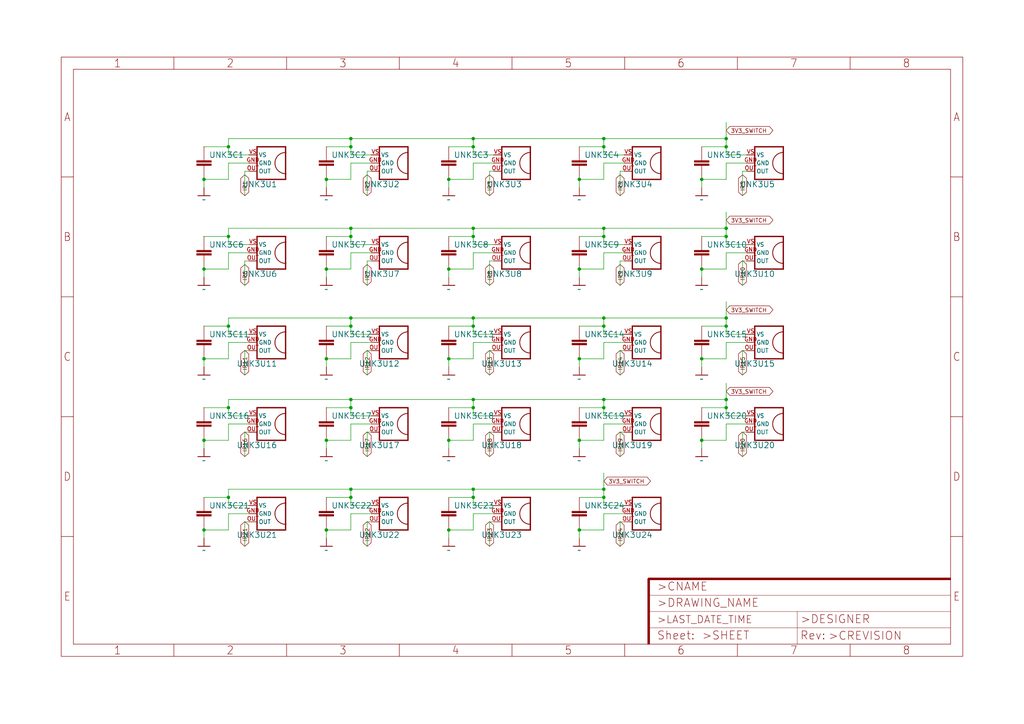
<source format=kicad_sch>
(kicad_sch (version 20211123) (generator eeschema)
  (paper "User" 318.77 225.501)
  (lib_symbols
    (symbol "layer3-eagle-import:CAPACITOR0603"
      (property "Reference" "C" (at 1.524 2.54 0))
      (property "Value" "CAPACITOR0603" (at 1.524 -2.54 0))
      (symbol "CAPACITOR0603_1_0"
        (rectangle (start -2.286 -0.762) (end 2.286 -0.254) (fill (type outline)))
        (rectangle (start -2.286 0.254) (end 2.286 0.762) (fill (type outline)))
        (polyline (pts (xy 0 -0.762) (xy 0 -5.08)) (stroke (width 0.1524)))
        (polyline (pts (xy 0 5.08) (xy 0 0.762)) (stroke (width 0.1524)))
        (pin passive line (at 0 5.08 270) (length 0) (name "1") (number "1"))
        (pin passive line (at 0 -5.08 90) (length 0) (name "2") (number "2"))
      )
    )
    (symbol "layer3-eagle-import:FRAME-A4L"
      (symbol "FRAME-A4L_0_0"
        (polyline (pts (xy -3.81 33.528) (xy 0 33.528)))
        (polyline (pts (xy -3.81 70.866) (xy 0 70.866)))
        (polyline (pts (xy -3.81 108.204) (xy 0 108.204)))
        (polyline (pts (xy -3.81 145.542) (xy 0 145.542)))
        (polyline (pts (xy 0 0) (xy 0 179.07)))
        (polyline (pts (xy 31.2738 -3.81) (xy 31.2738 0)))
        (polyline (pts (xy 31.2738 179.07) (xy 31.2738 182.88)))
        (polyline (pts (xy 66.3575 -3.81) (xy 66.3575 0)))
        (polyline (pts (xy 66.3575 179.07) (xy 66.3575 182.88)))
        (polyline (pts (xy 101.4413 -3.81) (xy 101.4413 0)))
        (polyline (pts (xy 101.4413 179.07) (xy 101.4413 182.88)))
        (polyline (pts (xy 136.525 -3.81) (xy 136.525 0)))
        (polyline (pts (xy 136.525 179.07) (xy 136.525 182.88)))
        (polyline (pts (xy 171.6088 -3.81) (xy 171.6088 0)))
        (polyline (pts (xy 171.6088 179.07) (xy 171.6088 182.88)))
        (polyline (pts (xy 206.6925 -3.81) (xy 206.6925 0)))
        (polyline (pts (xy 206.6925 179.07) (xy 206.6925 182.88)))
        (polyline (pts (xy 241.7763 -3.81) (xy 241.7763 0)))
        (polyline (pts (xy 241.7763 179.07) (xy 241.7763 182.88)))
        (polyline (pts (xy 273.05 0) (xy 0 0)))
        (polyline (pts (xy 273.05 0) (xy 273.05 179.07)))
        (polyline (pts (xy 273.05 33.528) (xy 276.86 33.528)))
        (polyline (pts (xy 273.05 70.866) (xy 276.86 70.866)))
        (polyline (pts (xy 273.05 108.204) (xy 276.86 108.204)))
        (polyline (pts (xy 273.05 145.542) (xy 276.86 145.542)))
        (polyline (pts (xy 273.05 179.07) (xy 0 179.07)))
        (polyline (pts (xy -3.81 -3.81) (xy 276.86 -3.81) (xy 276.86 182.88) (xy -3.81 182.88) (xy -3.81 -3.81)))
        (text "1" (at 13.7319 -1.905 0) (effects (font (size 2.54 2.286))))
        (text "1" (at 13.7319 180.975 0) (effects (font (size 2.54 2.286))))
        (text "2" (at 48.8156 -1.905 0) (effects (font (size 2.54 2.286))))
        (text "2" (at 48.8156 180.975 0) (effects (font (size 2.54 2.286))))
        (text "3" (at 83.8994 -1.905 0) (effects (font (size 2.54 2.286))))
        (text "3" (at 83.8994 180.975 0) (effects (font (size 2.54 2.286))))
        (text "4" (at 118.9831 -1.905 0) (effects (font (size 2.54 2.286))))
        (text "4" (at 118.9831 180.975 0) (effects (font (size 2.54 2.286))))
        (text "5" (at 154.0669 -1.905 0) (effects (font (size 2.54 2.286))))
        (text "5" (at 154.0669 180.975 0) (effects (font (size 2.54 2.286))))
        (text "6" (at 189.1506 -1.905 0) (effects (font (size 2.54 2.286))))
        (text "6" (at 189.1506 180.975 0) (effects (font (size 2.54 2.286))))
        (text "7" (at 224.2344 -1.905 0) (effects (font (size 2.54 2.286))))
        (text "7" (at 224.2344 180.975 0) (effects (font (size 2.54 2.286))))
        (text "8" (at 259.3181 -1.905 0) (effects (font (size 2.54 2.286))))
        (text "8" (at 259.3181 180.975 0) (effects (font (size 2.54 2.286))))
        (text "A" (at -1.905 164.211 0) (effects (font (size 2.54 2.286))))
        (text "A" (at 274.955 164.211 0) (effects (font (size 2.54 2.286))))
        (text "B" (at -1.905 126.873 0) (effects (font (size 2.54 2.286))))
        (text "B" (at 274.955 126.873 0) (effects (font (size 2.54 2.286))))
        (text "C" (at -1.905 89.535 0) (effects (font (size 2.54 2.286))))
        (text "C" (at 274.955 89.535 0) (effects (font (size 2.54 2.286))))
        (text "D" (at -1.905 52.197 0) (effects (font (size 2.54 2.286))))
        (text "D" (at 274.955 52.197 0) (effects (font (size 2.54 2.286))))
        (text "E" (at -1.905 14.859 0) (effects (font (size 2.54 2.286))))
        (text "E" (at 274.955 14.859 0) (effects (font (size 2.54 2.286))))
      )
      (symbol "FRAME-A4L_1_0"
        (polyline (pts (xy 179.07 10.16) (xy 225.29 10.16)) (stroke (width 0.1016)))
        (polyline (pts (xy 179.07 15.24) (xy 273.05 15.24)) (stroke (width 0.1016)))
        (polyline (pts (xy 179.07 19.05) (xy 179.07 20.32)) (stroke (width 0.6096)))
        (polyline (pts (xy 179.07 20.32) (xy 180.34 20.32)) (stroke (width 0.6096)))
        (polyline (pts (xy 225.29 -0.1) (xy 225.29 5.08)) (stroke (width 0.1016)))
        (polyline (pts (xy 225.29 5.08) (xy 179.07 5.08)) (stroke (width 0.1016)))
        (polyline (pts (xy 225.29 5.08) (xy 225.29 10.16)) (stroke (width 0.1016)))
        (polyline (pts (xy 225.29 5.08) (xy 273.05 5.08)) (stroke (width 0.1016)))
        (polyline (pts (xy 225.29 10.16) (xy 273.05 10.16)) (stroke (width 0.1016)))
        (rectangle (start 178.7652 0) (end 179.3748 20.32) (fill (type outline)))
        (rectangle (start 179.07 20.6248) (end 273.05 20.0152) (fill (type outline)))
        (text ">CNAME" (at 181.61 16.51 0) (effects (font (size 2.54 2.54)) (justify left bottom)))
        (text ">CREVISION" (at 234.92 1.17 0) (effects (font (size 2.54 2.54)) (justify left bottom)))
        (text ">DESIGNER" (at 226.26 6.35 0) (effects (font (size 2.54 2.54)) (justify left bottom)))
        (text ">DRAWING_NAME" (at 181.61 11.43 0) (effects (font (size 2.54 2.54)) (justify left bottom)))
        (text ">LAST_DATE_TIME" (at 181.61 6.35 0) (effects (font (size 2.286 2.286)) (justify left bottom)))
        (text ">SHEET" (at 195.58 1.27 0) (effects (font (size 2.54 2.54)) (justify left bottom)))
        (text "Rev:" (at 226.16 1.27 0) (effects (font (size 2.54 2.54)) (justify left bottom)))
        (text "Sheet:" (at 181.61 1.27 0) (effects (font (size 2.54 2.54)) (justify left bottom)))
      )
    )
    (symbol "layer3-eagle-import:GND" (power)
      (property "Value" "GND" (at 0 -0.254 0))
      (symbol "GND_1_0"
        (polyline (pts (xy -1.905 0) (xy 1.905 0)) (stroke (width 0.254)))
        (pin power_in line (at 0 2.54 270) (length 2.54) (name "GND") (number "1"))
      )
    )
    (symbol "layer3-eagle-import:TSSP58038"
      (property "Value" "TSSP58038" (at 2.54 7.366 0))
      (symbol "TSSP58038_1_0"
        (polyline (pts (xy -3.81 5.08) (xy -3.81 -5.08)) (stroke (width 0.4064)))
        (polyline (pts (xy -3.81 5.08) (xy 5.08 5.08)) (stroke (width 0.4064)))
        (polyline (pts (xy 5.08 -5.08) (xy -3.81 -5.08)) (stroke (width 0.4064)))
        (polyline (pts (xy 5.08 -5.08) (xy 5.08 -3.302)) (stroke (width 0.4064)))
        (polyline (pts (xy 5.08 -3.302) (xy 5.08 3.302)) (stroke (width 0.4064)))
        (polyline (pts (xy 5.08 3.302) (xy 5.08 5.08)) (stroke (width 0.4064)))
        (arc (start 5.08 3.302) (mid 1.778 0) (end 5.08 -3.302) (stroke (width 0.254)))
        (pin bidirectional line (at -6.35 0 0) (length 2.54) (name "GND") (number "GND"))
        (pin bidirectional line (at -6.35 -2.54 0) (length 2.54) (name "OUT") (number "OUT"))
        (pin bidirectional line (at -6.35 2.54 0) (length 2.54) (name "VS") (number "VS"))
      )
    )
  )
  (junction (at 101.6 83.82))
  (junction (at 180.34 83.82))
  (junction (at 63.5 83.82))
  (junction (at 109.22 101.6))
  (junction (at 139.7 55.88))
  (junction (at 101.6 111.76))
  (junction (at 109.22 71.12))
  (junction (at 187.96 43.18))
  (junction (at 226.06 127))
  (junction (at 187.96 99.06))
  (junction (at 187.96 124.46))
  (junction (at 147.32 127))
  (junction (at 71.12 127))
  (junction (at 71.12 101.6))
  (junction (at 147.32 71.12))
  (junction (at 218.44 137.16))
  (junction (at 226.06 45.72))
  (junction (at 180.34 55.88))
  (junction (at 71.12 73.66))
  (junction (at 109.22 154.94))
  (junction (at 71.12 45.72))
  (junction (at 187.96 101.6))
  (junction (at 218.44 83.82))
  (junction (at 218.44 111.76))
  (junction (at 63.5 111.76))
  (junction (at 226.06 71.12))
  (junction (at 109.22 152.4))
  (junction (at 187.96 73.66))
  (junction (at 101.6 55.88))
  (junction (at 147.32 43.18))
  (junction (at 139.7 137.16))
  (junction (at 218.44 55.88))
  (junction (at 147.32 73.66))
  (junction (at 139.7 111.76))
  (junction (at 180.34 165.1))
  (junction (at 187.96 152.4))
  (junction (at 180.34 111.76))
  (junction (at 187.96 127))
  (junction (at 147.32 154.94))
  (junction (at 109.22 45.72))
  (junction (at 226.06 124.46))
  (junction (at 226.06 73.66))
  (junction (at 187.96 45.72))
  (junction (at 187.96 71.12))
  (junction (at 71.12 154.94))
  (junction (at 147.32 45.72))
  (junction (at 109.22 43.18))
  (junction (at 63.5 55.88))
  (junction (at 180.34 137.16))
  (junction (at 147.32 101.6))
  (junction (at 147.32 99.06))
  (junction (at 139.7 83.82))
  (junction (at 139.7 165.1))
  (junction (at 147.32 124.46))
  (junction (at 187.96 154.94))
  (junction (at 63.5 165.1))
  (junction (at 226.06 99.06))
  (junction (at 147.32 152.4))
  (junction (at 109.22 124.46))
  (junction (at 101.6 165.1))
  (junction (at 109.22 99.06))
  (junction (at 226.06 43.18))
  (junction (at 109.22 73.66))
  (junction (at 63.5 137.16))
  (junction (at 109.22 127))
  (junction (at 101.6 137.16))
  (junction (at 226.06 101.6))
  (wire (pts (xy 180.34 83.82) (xy 180.34 86.36)))
  (wire (pts (xy 101.6 127) (xy 109.22 127)))
  (wire (pts (xy 218.44 73.66) (xy 226.06 73.66)))
  (wire (pts (xy 147.32 104.14) (xy 147.32 101.6)))
  (wire (pts (xy 109.22 83.82) (xy 101.6 83.82)))
  (wire (pts (xy 115.57 81.28) (xy 114.3 81.28)))
  (wire (pts (xy 109.22 165.1) (xy 101.6 165.1)))
  (wire (pts (xy 109.22 154.94) (xy 109.22 152.4)))
  (wire (pts (xy 226.06 55.88) (xy 218.44 55.88)))
  (wire (pts (xy 226.06 50.8) (xy 226.06 55.88)))
  (wire (pts (xy 147.32 83.82) (xy 139.7 83.82)))
  (wire (pts (xy 194.31 162.56) (xy 193.04 162.56)))
  (wire (pts (xy 218.44 83.82) (xy 218.44 86.36)))
  (wire (pts (xy 226.06 83.82) (xy 218.44 83.82)))
  (wire (pts (xy 226.06 43.18) (xy 226.06 38.1)))
  (wire (pts (xy 232.41 106.68) (xy 226.06 106.68)))
  (wire (pts (xy 115.57 162.56) (xy 114.3 162.56)))
  (wire (pts (xy 115.57 134.62) (xy 114.3 134.62)))
  (wire (pts (xy 147.32 124.46) (xy 187.96 124.46)))
  (wire (pts (xy 109.22 43.18) (xy 147.32 43.18)))
  (wire (pts (xy 187.96 127) (xy 187.96 124.46)))
  (wire (pts (xy 115.57 76.2) (xy 109.22 76.2)))
  (wire (pts (xy 109.22 152.4) (xy 147.32 152.4)))
  (wire (pts (xy 109.22 111.76) (xy 101.6 111.76)))
  (wire (pts (xy 76.2 109.22) (xy 76.2 116.84)))
  (wire (pts (xy 115.57 160.02) (xy 109.22 160.02)))
  (wire (pts (xy 71.12 73.66) (xy 71.12 71.12)))
  (wire (pts (xy 193.04 162.56) (xy 193.04 170.18)))
  (wire (pts (xy 147.32 106.68) (xy 147.32 111.76)))
  (wire (pts (xy 63.5 55.88) (xy 63.5 58.42)))
  (wire (pts (xy 187.96 45.72) (xy 187.96 43.18)))
  (wire (pts (xy 63.5 101.6) (xy 71.12 101.6)))
  (wire (pts (xy 109.22 45.72) (xy 109.22 43.18)))
  (wire (pts (xy 109.22 76.2) (xy 109.22 73.66)))
  (wire (pts (xy 226.06 132.08) (xy 226.06 137.16)))
  (wire (pts (xy 194.31 129.54) (xy 187.96 129.54)))
  (wire (pts (xy 101.6 83.82) (xy 101.6 86.36)))
  (wire (pts (xy 77.47 109.22) (xy 76.2 109.22)))
  (wire (pts (xy 139.7 127) (xy 147.32 127)))
  (wire (pts (xy 139.7 83.82) (xy 139.7 86.36)))
  (wire (pts (xy 76.2 53.34) (xy 76.2 60.96)))
  (wire (pts (xy 153.67 104.14) (xy 147.32 104.14)))
  (wire (pts (xy 71.12 71.12) (xy 109.22 71.12)))
  (wire (pts (xy 71.12 154.94) (xy 71.12 152.4)))
  (wire (pts (xy 153.67 132.08) (xy 147.32 132.08)))
  (wire (pts (xy 180.34 111.76) (xy 180.34 114.3)))
  (wire (pts (xy 194.31 81.28) (xy 193.04 81.28)))
  (wire (pts (xy 77.47 53.34) (xy 76.2 53.34)))
  (wire (pts (xy 232.41 134.62) (xy 231.14 134.62)))
  (wire (pts (xy 232.41 81.28) (xy 231.14 81.28)))
  (wire (pts (xy 147.32 99.06) (xy 187.96 99.06)))
  (wire (pts (xy 139.7 73.66) (xy 147.32 73.66)))
  (wire (pts (xy 180.34 127) (xy 187.96 127)))
  (wire (pts (xy 101.6 55.88) (xy 101.6 58.42)))
  (wire (pts (xy 147.32 111.76) (xy 139.7 111.76)))
  (wire (pts (xy 187.96 71.12) (xy 226.06 71.12)))
  (wire (pts (xy 147.32 101.6) (xy 147.32 99.06)))
  (wire (pts (xy 194.31 106.68) (xy 187.96 106.68)))
  (wire (pts (xy 187.96 160.02) (xy 187.96 165.1)))
  (wire (pts (xy 101.6 165.1) (xy 101.6 167.64)))
  (wire (pts (xy 218.44 45.72) (xy 226.06 45.72)))
  (wire (pts (xy 194.31 53.34) (xy 193.04 53.34)))
  (wire (pts (xy 232.41 50.8) (xy 226.06 50.8)))
  (wire (pts (xy 180.34 55.88) (xy 180.34 58.42)))
  (wire (pts (xy 71.12 78.74) (xy 71.12 83.82)))
  (wire (pts (xy 218.44 137.16) (xy 218.44 139.7)))
  (wire (pts (xy 109.22 71.12) (xy 147.32 71.12)))
  (wire (pts (xy 232.41 109.22) (xy 231.14 109.22)))
  (wire (pts (xy 147.32 43.18) (xy 187.96 43.18)))
  (wire (pts (xy 231.14 134.62) (xy 231.14 142.24)))
  (wire (pts (xy 139.7 165.1) (xy 139.7 167.64)))
  (wire (pts (xy 109.22 73.66) (xy 109.22 71.12)))
  (wire (pts (xy 77.47 78.74) (xy 71.12 78.74)))
  (wire (pts (xy 226.06 127) (xy 226.06 124.46)))
  (wire (pts (xy 180.34 154.94) (xy 187.96 154.94)))
  (wire (pts (xy 115.57 109.22) (xy 114.3 109.22)))
  (wire (pts (xy 231.14 109.22) (xy 231.14 116.84)))
  (wire (pts (xy 187.96 83.82) (xy 180.34 83.82)))
  (wire (pts (xy 226.06 45.72) (xy 226.06 43.18)))
  (wire (pts (xy 147.32 132.08) (xy 147.32 137.16)))
  (wire (pts (xy 194.31 160.02) (xy 187.96 160.02)))
  (wire (pts (xy 71.12 157.48) (xy 71.12 154.94)))
  (wire (pts (xy 187.96 43.18) (xy 226.06 43.18)))
  (wire (pts (xy 226.06 76.2) (xy 226.06 73.66)))
  (wire (pts (xy 226.06 104.14) (xy 226.06 101.6)))
  (wire (pts (xy 153.67 53.34) (xy 152.4 53.34)))
  (wire (pts (xy 153.67 81.28) (xy 152.4 81.28)))
  (wire (pts (xy 147.32 152.4) (xy 187.96 152.4)))
  (wire (pts (xy 147.32 160.02) (xy 147.32 165.1)))
  (wire (pts (xy 76.2 162.56) (xy 76.2 170.18)))
  (wire (pts (xy 226.06 101.6) (xy 226.06 99.06)))
  (wire (pts (xy 226.06 48.26) (xy 226.06 45.72)))
  (wire (pts (xy 109.22 127) (xy 109.22 124.46)))
  (wire (pts (xy 180.34 165.1) (xy 180.34 167.64)))
  (wire (pts (xy 63.5 45.72) (xy 71.12 45.72)))
  (wire (pts (xy 71.12 104.14) (xy 71.12 101.6)))
  (wire (pts (xy 153.67 76.2) (xy 147.32 76.2)))
  (wire (pts (xy 152.4 134.62) (xy 152.4 142.24)))
  (wire (pts (xy 226.06 71.12) (xy 226.06 66.04)))
  (wire (pts (xy 153.67 109.22) (xy 152.4 109.22)))
  (wire (pts (xy 147.32 129.54) (xy 147.32 127)))
  (wire (pts (xy 193.04 109.22) (xy 193.04 116.84)))
  (wire (pts (xy 109.22 132.08) (xy 109.22 137.16)))
  (wire (pts (xy 187.96 129.54) (xy 187.96 127)))
  (wire (pts (xy 77.47 76.2) (xy 71.12 76.2)))
  (wire (pts (xy 71.12 160.02) (xy 71.12 165.1)))
  (wire (pts (xy 152.4 81.28) (xy 152.4 88.9)))
  (wire (pts (xy 77.47 81.28) (xy 76.2 81.28)))
  (wire (pts (xy 114.3 53.34) (xy 114.3 60.96)))
  (wire (pts (xy 114.3 81.28) (xy 114.3 88.9)))
  (wire (pts (xy 194.31 109.22) (xy 193.04 109.22)))
  (wire (pts (xy 71.12 55.88) (xy 63.5 55.88)))
  (wire (pts (xy 226.06 129.54) (xy 226.06 127)))
  (wire (pts (xy 194.31 134.62) (xy 193.04 134.62)))
  (wire (pts (xy 109.22 99.06) (xy 147.32 99.06)))
  (wire (pts (xy 139.7 111.76) (xy 139.7 114.3)))
  (wire (pts (xy 187.96 124.46) (xy 226.06 124.46)))
  (wire (pts (xy 76.2 134.62) (xy 76.2 142.24)))
  (wire (pts (xy 187.96 165.1) (xy 180.34 165.1)))
  (wire (pts (xy 101.6 101.6) (xy 109.22 101.6)))
  (wire (pts (xy 77.47 104.14) (xy 71.12 104.14)))
  (wire (pts (xy 218.44 101.6) (xy 226.06 101.6)))
  (wire (pts (xy 194.31 50.8) (xy 187.96 50.8)))
  (wire (pts (xy 147.32 165.1) (xy 139.7 165.1)))
  (wire (pts (xy 218.44 111.76) (xy 218.44 114.3)))
  (wire (pts (xy 232.41 129.54) (xy 226.06 129.54)))
  (wire (pts (xy 77.47 160.02) (xy 71.12 160.02)))
  (wire (pts (xy 71.12 152.4) (xy 109.22 152.4)))
  (wire (pts (xy 71.12 127) (xy 71.12 124.46)))
  (wire (pts (xy 139.7 55.88) (xy 139.7 58.42)))
  (wire (pts (xy 109.22 160.02) (xy 109.22 165.1)))
  (wire (pts (xy 109.22 106.68) (xy 109.22 111.76)))
  (wire (pts (xy 187.96 76.2) (xy 187.96 73.66)))
  (wire (pts (xy 187.96 55.88) (xy 180.34 55.88)))
  (wire (pts (xy 187.96 78.74) (xy 187.96 83.82)))
  (wire (pts (xy 109.22 104.14) (xy 109.22 101.6)))
  (wire (pts (xy 226.06 99.06) (xy 226.06 93.98)))
  (wire (pts (xy 226.06 78.74) (xy 226.06 83.82)))
  (wire (pts (xy 153.67 106.68) (xy 147.32 106.68)))
  (wire (pts (xy 232.41 78.74) (xy 226.06 78.74)))
  (wire (pts (xy 71.12 76.2) (xy 71.12 73.66)))
  (wire (pts (xy 63.5 73.66) (xy 71.12 73.66)))
  (wire (pts (xy 193.04 134.62) (xy 193.04 142.24)))
  (wire (pts (xy 193.04 81.28) (xy 193.04 88.9)))
  (wire (pts (xy 180.34 73.66) (xy 187.96 73.66)))
  (wire (pts (xy 153.67 157.48) (xy 147.32 157.48)))
  (wire (pts (xy 153.67 129.54) (xy 147.32 129.54)))
  (wire (pts (xy 101.6 45.72) (xy 109.22 45.72)))
  (wire (pts (xy 71.12 99.06) (xy 109.22 99.06)))
  (wire (pts (xy 114.3 134.62) (xy 114.3 142.24)))
  (wire (pts (xy 180.34 45.72) (xy 187.96 45.72)))
  (wire (pts (xy 71.12 124.46) (xy 109.22 124.46)))
  (wire (pts (xy 193.04 53.34) (xy 193.04 60.96)))
  (wire (pts (xy 77.47 50.8) (xy 71.12 50.8)))
  (wire (pts (xy 147.32 48.26) (xy 147.32 45.72)))
  (wire (pts (xy 153.67 50.8) (xy 147.32 50.8)))
  (wire (pts (xy 153.67 160.02) (xy 147.32 160.02)))
  (wire (pts (xy 109.22 50.8) (xy 109.22 55.88)))
  (wire (pts (xy 71.12 137.16) (xy 63.5 137.16)))
  (wire (pts (xy 152.4 109.22) (xy 152.4 116.84)))
  (wire (pts (xy 115.57 129.54) (xy 109.22 129.54)))
  (wire (pts (xy 232.41 53.34) (xy 231.14 53.34)))
  (wire (pts (xy 226.06 111.76) (xy 218.44 111.76)))
  (wire (pts (xy 153.67 78.74) (xy 147.32 78.74)))
  (wire (pts (xy 63.5 165.1) (xy 63.5 167.64)))
  (wire (pts (xy 109.22 137.16) (xy 101.6 137.16)))
  (wire (pts (xy 187.96 154.94) (xy 187.96 152.4)))
  (wire (pts (xy 232.41 76.2) (xy 226.06 76.2)))
  (wire (pts (xy 71.12 111.76) (xy 63.5 111.76)))
  (wire (pts (xy 147.32 127) (xy 147.32 124.46)))
  (wire (pts (xy 232.41 132.08) (xy 226.06 132.08)))
  (wire (pts (xy 187.96 157.48) (xy 187.96 154.94)))
  (wire (pts (xy 109.22 55.88) (xy 101.6 55.88)))
  (wire (pts (xy 71.12 43.18) (xy 109.22 43.18)))
  (wire (pts (xy 77.47 162.56) (xy 76.2 162.56)))
  (wire (pts (xy 187.96 137.16) (xy 180.34 137.16)))
  (wire (pts (xy 194.31 132.08) (xy 187.96 132.08)))
  (wire (pts (xy 109.22 157.48) (xy 109.22 154.94)))
  (wire (pts (xy 139.7 154.94) (xy 147.32 154.94)))
  (wire (pts (xy 226.06 73.66) (xy 226.06 71.12)))
  (wire (pts (xy 232.41 48.26) (xy 226.06 48.26)))
  (wire (pts (xy 71.12 48.26) (xy 71.12 45.72)))
  (wire (pts (xy 153.67 134.62) (xy 152.4 134.62)))
  (wire (pts (xy 115.57 53.34) (xy 114.3 53.34)))
  (wire (pts (xy 187.96 104.14) (xy 187.96 101.6)))
  (wire (pts (xy 101.6 73.66) (xy 109.22 73.66)))
  (wire (pts (xy 232.41 104.14) (xy 226.06 104.14)))
  (wire (pts (xy 115.57 48.26) (xy 109.22 48.26)))
  (wire (pts (xy 71.12 50.8) (xy 71.12 55.88)))
  (wire (pts (xy 194.31 78.74) (xy 187.96 78.74)))
  (wire (pts (xy 109.22 101.6) (xy 109.22 99.06)))
  (wire (pts (xy 71.12 45.72) (xy 71.12 43.18)))
  (wire (pts (xy 63.5 83.82) (xy 63.5 86.36)))
  (wire (pts (xy 187.96 111.76) (xy 180.34 111.76)))
  (wire (pts (xy 115.57 106.68) (xy 109.22 106.68)))
  (wire (pts (xy 139.7 137.16) (xy 139.7 139.7)))
  (wire (pts (xy 109.22 48.26) (xy 109.22 45.72)))
  (wire (pts (xy 218.44 127) (xy 226.06 127)))
  (wire (pts (xy 187.96 152.4) (xy 187.96 147.32)))
  (wire (pts (xy 71.12 132.08) (xy 71.12 137.16)))
  (wire (pts (xy 77.47 134.62) (xy 76.2 134.62)))
  (wire (pts (xy 231.14 53.34) (xy 231.14 60.96)))
  (wire (pts (xy 101.6 154.94) (xy 109.22 154.94)))
  (wire (pts (xy 226.06 124.46) (xy 226.06 119.38)))
  (wire (pts (xy 147.32 137.16) (xy 139.7 137.16)))
  (wire (pts (xy 187.96 48.26) (xy 187.96 45.72)))
  (wire (pts (xy 71.12 101.6) (xy 71.12 99.06)))
  (wire (pts (xy 187.96 132.08) (xy 187.96 137.16)))
  (wire (pts (xy 187.96 101.6) (xy 187.96 99.06)))
  (wire (pts (xy 147.32 55.88) (xy 139.7 55.88)))
  (wire (pts (xy 114.3 109.22) (xy 114.3 116.84)))
  (wire (pts (xy 147.32 78.74) (xy 147.32 83.82)))
  (wire (pts (xy 153.67 48.26) (xy 147.32 48.26)))
  (wire (pts (xy 226.06 137.16) (xy 218.44 137.16)))
  (wire (pts (xy 77.47 157.48) (xy 71.12 157.48)))
  (wire (pts (xy 71.12 165.1) (xy 63.5 165.1)))
  (wire (pts (xy 63.5 127) (xy 71.12 127)))
  (wire (pts (xy 71.12 129.54) (xy 71.12 127)))
  (wire (pts (xy 139.7 101.6) (xy 147.32 101.6)))
  (wire (pts (xy 187.96 50.8) (xy 187.96 55.88)))
  (wire (pts (xy 147.32 50.8) (xy 147.32 55.88)))
  (wire (pts (xy 114.3 162.56) (xy 114.3 170.18)))
  (wire (pts (xy 187.96 99.06) (xy 226.06 99.06)))
  (wire (pts (xy 109.22 124.46) (xy 147.32 124.46)))
  (wire (pts (xy 180.34 101.6) (xy 187.96 101.6)))
  (wire (pts (xy 147.32 157.48) (xy 147.32 154.94)))
  (wire (pts (xy 115.57 104.14) (xy 109.22 104.14)))
  (wire (pts (xy 152.4 162.56) (xy 152.4 170.18)))
  (wire (pts (xy 153.67 162.56) (xy 152.4 162.56)))
  (wire (pts (xy 194.31 104.14) (xy 187.96 104.14)))
  (wire (pts (xy 109.22 129.54) (xy 109.22 127)))
  (wire (pts (xy 194.31 48.26) (xy 187.96 48.26)))
  (wire (pts (xy 63.5 111.76) (xy 63.5 114.3)))
  (wire (pts (xy 63.5 137.16) (xy 63.5 139.7)))
  (wire (pts (xy 115.57 132.08) (xy 109.22 132.08)))
  (wire (pts (xy 115.57 50.8) (xy 109.22 50.8)))
  (wire (pts (xy 180.34 137.16) (xy 180.34 139.7)))
  (wire (pts (xy 109.22 78.74) (xy 109.22 83.82)))
  (wire (pts (xy 218.44 55.88) (xy 218.44 58.42)))
  (wire (pts (xy 194.31 76.2) (xy 187.96 76.2)))
  (wire (pts (xy 63.5 154.94) (xy 71.12 154.94)))
  (wire (pts (xy 77.47 48.26) (xy 71.12 48.26)))
  (wire (pts (xy 77.47 106.68) (xy 71.12 106.68)))
  (wire (pts (xy 76.2 81.28) (xy 76.2 88.9)))
  (wire (pts (xy 101.6 137.16) (xy 101.6 139.7)))
  (wire (pts (xy 231.14 81.28) (xy 231.14 88.9)))
  (wire (pts (xy 115.57 78.74) (xy 109.22 78.74)))
  (wire (pts (xy 147.32 73.66) (xy 147.32 71.12)))
  (wire (pts (xy 71.12 106.68) (xy 71.12 111.76)))
  (wire (pts (xy 77.47 132.08) (xy 71.12 132.08)))
  (wire (pts (xy 71.12 83.82) (xy 63.5 83.82)))
  (wire (pts (xy 115.57 157.48) (xy 109.22 157.48)))
  (wire (pts (xy 147.32 76.2) (xy 147.32 73.66)))
  (wire (pts (xy 152.4 53.34) (xy 152.4 60.96)))
  (wire (pts (xy 147.32 45.72) (xy 147.32 43.18)))
  (wire (pts (xy 77.47 129.54) (xy 71.12 129.54)))
  (wire (pts (xy 187.96 106.68) (xy 187.96 111.76)))
  (wire (pts (xy 139.7 45.72) (xy 147.32 45.72)))
  (wire (pts (xy 147.32 71.12) (xy 187.96 71.12)))
  (wire (pts (xy 194.31 157.48) (xy 187.96 157.48)))
  (wire (pts (xy 226.06 106.68) (xy 226.06 111.76)))
  (wire (pts (xy 187.96 73.66) (xy 187.96 71.12)))
  (wire (pts (xy 101.6 111.76) (xy 101.6 114.3)))
  (wire (pts (xy 147.32 154.94) (xy 147.32 152.4)))
  (global_label "IR13" (shape bidirectional) (at 152.4 116.84 90) (effects (font (size 1.2446 1.2446))) (property "Intersheet References" "${INTERSHEET_REFS}" (effects hide)))
  (global_label "IR11" (shape bidirectional) (at 76.2 116.84 90) (effects (font (size 1.2446 1.2446))) (property "Intersheet References" "${INTERSHEET_REFS}" (effects hide)))
  (global_label "IR4" (shape bidirectional) (at 193.04 60.96 90) (effects (font (size 1.2446 1.2446))) (property "Intersheet References" "${INTERSHEET_REFS}" (effects hide)))
  (global_label "IR18" (shape bidirectional) (at 152.4 142.24 90) (effects (font (size 1.2446 1.2446))) (property "Intersheet References" "${INTERSHEET_REFS}" (effects hide)))
  (global_label "IR22" (shape bidirectional) (at 114.3 170.18 90) (effects (font (size 1.2446 1.2446))) (property "Intersheet References" "${INTERSHEET_REFS}" (effects hide)))
  (global_label "3V3_SWITCH" (shape bidirectional) (at 187.96 149.86 0) (effects (font (size 1.2446 1.2446))) (property "Intersheet References" "${INTERSHEET_REFS}" (effects hide)))
  (global_label "IR1" (shape bidirectional) (at 76.2 60.96 90) (effects (font (size 1.2446 1.2446))) (property "Intersheet References" "${INTERSHEET_REFS}" (effects hide)))
  (global_label "3V3_SWITCH" (shape bidirectional) (at 226.06 96.52 0) (effects (font (size 1.2446 1.2446))) (property "Intersheet References" "${INTERSHEET_REFS}" (effects hide)))
  (global_label "IR23" (shape bidirectional) (at 152.4 170.18 90) (effects (font (size 1.2446 1.2446))) (property "Intersheet References" "${INTERSHEET_REFS}" (effects hide)))
  (global_label "IR3" (shape bidirectional) (at 152.4 60.96 90) (effects (font (size 1.2446 1.2446))) (property "Intersheet References" "${INTERSHEET_REFS}" (effects hide)))
  (global_label "3V3_SWITCH" (shape bidirectional) (at 226.06 121.92 0) (effects (font (size 1.2446 1.2446))) (property "Intersheet References" "${INTERSHEET_REFS}" (effects hide)))
  (global_label "IR12" (shape bidirectional) (at 114.3 116.84 90) (effects (font (size 1.2446 1.2446))) (property "Intersheet References" "${INTERSHEET_REFS}" (effects hide)))
  (global_label "IR16" (shape bidirectional) (at 76.2 142.24 90) (effects (font (size 1.2446 1.2446))) (property "Intersheet References" "${INTERSHEET_REFS}" (effects hide)))
  (global_label "IR6" (shape bidirectional) (at 76.2 88.9 90) (effects (font (size 1.2446 1.2446))) (property "Intersheet References" "${INTERSHEET_REFS}" (effects hide)))
  (global_label "IR8" (shape bidirectional) (at 152.4 88.9 90) (effects (font (size 1.2446 1.2446))) (property "Intersheet References" "${INTERSHEET_REFS}" (effects hide)))
  (global_label "IR10" (shape bidirectional) (at 231.14 88.9 90) (effects (font (size 1.2446 1.2446))) (property "Intersheet References" "${INTERSHEET_REFS}" (effects hide)))
  (global_label "IR20" (shape bidirectional) (at 231.14 142.24 90) (effects (font (size 1.2446 1.2446))) (property "Intersheet References" "${INTERSHEET_REFS}" (effects hide)))
  (global_label "IR21" (shape bidirectional) (at 76.2 170.18 90) (effects (font (size 1.2446 1.2446))) (property "Intersheet References" "${INTERSHEET_REFS}" (effects hide)))
  (global_label "IR17" (shape bidirectional) (at 114.3 142.24 90) (effects (font (size 1.2446 1.2446))) (property "Intersheet References" "${INTERSHEET_REFS}" (effects hide)))
  (global_label "IR7" (shape bidirectional) (at 114.3 88.9 90) (effects (font (size 1.2446 1.2446))) (property "Intersheet References" "${INTERSHEET_REFS}" (effects hide)))
  (global_label "3V3_SWITCH" (shape bidirectional) (at 226.06 40.64 0) (effects (font (size 1.2446 1.2446))) (property "Intersheet References" "${INTERSHEET_REFS}" (effects hide)))
  (global_label "IR5" (shape bidirectional) (at 231.14 60.96 90) (effects (font (size 1.2446 1.2446))) (property "Intersheet References" "${INTERSHEET_REFS}" (effects hide)))
  (global_label "IR15" (shape bidirectional) (at 231.14 116.84 90) (effects (font (size 1.2446 1.2446))) (property "Intersheet References" "${INTERSHEET_REFS}" (effects hide)))
  (global_label "IR2" (shape bidirectional) (at 114.3 60.96 90) (effects (font (size 1.2446 1.2446))) (property "Intersheet References" "${INTERSHEET_REFS}" (effects hide)))
  (global_label "IR14" (shape bidirectional) (at 193.04 116.84 90) (effects (font (size 1.2446 1.2446))) (property "Intersheet References" "${INTERSHEET_REFS}" (effects hide)))
  (global_label "IR19" (shape bidirectional) (at 193.04 142.24 90) (effects (font (size 1.2446 1.2446))) (property "Intersheet References" "${INTERSHEET_REFS}" (effects hide)))
  (global_label "IR9" (shape bidirectional) (at 193.04 88.9 90) (effects (font (size 1.2446 1.2446))) (property "Intersheet References" "${INTERSHEET_REFS}" (effects hide)))
  (global_label "3V3_SWITCH" (shape bidirectional) (at 226.06 68.58 0) (effects (font (size 1.2446 1.2446))) (property "Intersheet References" "${INTERSHEET_REFS}" (effects hide)))
  (global_label "IR24" (shape bidirectional) (at 193.04 170.18 90) (effects (font (size 1.2446 1.2446))) (property "Intersheet References" "${INTERSHEET_REFS}" (effects hide)))
  (symbol (lib_id "layer3-eagle-import:TSSP58038") (at 238.76 78.74 0) (unit 1)
    (property "Reference" "UNK3U10" (at 241.3 84.328 0) (effects (font (size 1.778 1.778)) (justify right top)))
  )
  (symbol (lib_id "layer3-eagle-import:GND") (at 139.7 60.96 0) (unit 1)
    (property "Reference" "#GND3" (effects hide))
  )
  (symbol (lib_id "layer3-eagle-import:TSSP58038") (at 83.82 106.68 0) (unit 1)
    (property "Reference" "UNK3U11" (at 86.36 112.268 0) (effects (font (size 1.778 1.778)) (justify right top)))
  )
  (symbol (lib_id "layer3-eagle-import:CAPACITOR0603") (at 180.34 106.68 0) (unit 1)
    (property "Reference" "UNK3C14" (at 181.864 104.14 0) (effects (font (size 1.778 1.778)) (justify left)))
  )
  (symbol (lib_id "layer3-eagle-import:CAPACITOR0603") (at 101.6 160.02 0) (unit 1)
    (property "Reference" "UNK3C22" (at 103.124 157.48 0) (effects (font (size 1.778 1.778)) (justify left)))
  )
  (symbol (lib_id "layer3-eagle-import:GND") (at 63.5 60.96 0) (unit 1)
    (property "Reference" "#GND1" (effects hide))
  )
  (symbol (lib_id "layer3-eagle-import:TSSP58038") (at 121.92 160.02 0) (unit 1)
    (property "Reference" "UNK3U22" (at 124.46 165.608 0) (effects (font (size 1.778 1.778)) (justify right top)))
  )
  (symbol (lib_id "layer3-eagle-import:GND") (at 218.44 60.96 0) (unit 1)
    (property "Reference" "#GND5" (effects hide))
  )
  (symbol (lib_id "layer3-eagle-import:GND") (at 139.7 88.9 0) (unit 1)
    (property "Reference" "#GND8" (effects hide))
  )
  (symbol (lib_id "layer3-eagle-import:CAPACITOR0603") (at 218.44 132.08 0) (unit 1)
    (property "Reference" "UNK3C20" (at 219.964 129.54 0) (effects (font (size 1.778 1.778)) (justify left)))
  )
  (symbol (lib_id "layer3-eagle-import:CAPACITOR0603") (at 101.6 78.74 0) (unit 1)
    (property "Reference" "UNK3C7" (at 103.124 76.2 0) (effects (font (size 1.778 1.778)) (justify left)))
  )
  (symbol (lib_id "layer3-eagle-import:TSSP58038") (at 83.82 50.8 0) (unit 1)
    (property "Reference" "UNK3U1" (at 86.36 56.388 0) (effects (font (size 1.778 1.778)) (justify right top)))
  )
  (symbol (lib_id "layer3-eagle-import:CAPACITOR0603") (at 63.5 78.74 0) (unit 1)
    (property "Reference" "UNK3C6" (at 65.024 76.2 0) (effects (font (size 1.778 1.778)) (justify left)))
  )
  (symbol (lib_id "layer3-eagle-import:TSSP58038") (at 121.92 78.74 0) (unit 1)
    (property "Reference" "UNK3U7" (at 124.46 84.328 0) (effects (font (size 1.778 1.778)) (justify right top)))
  )
  (symbol (lib_id "layer3-eagle-import:CAPACITOR0603") (at 139.7 50.8 0) (unit 1)
    (property "Reference" "UNK3C3" (at 141.224 48.26 0) (effects (font (size 1.778 1.778)) (justify left)))
  )
  (symbol (lib_id "layer3-eagle-import:TSSP58038") (at 121.92 106.68 0) (unit 1)
    (property "Reference" "UNK3U12" (at 124.46 112.268 0) (effects (font (size 1.778 1.778)) (justify right top)))
  )
  (symbol (lib_id "layer3-eagle-import:GND") (at 139.7 170.18 0) (unit 1)
    (property "Reference" "#GND23" (effects hide))
  )
  (symbol (lib_id "layer3-eagle-import:GND") (at 180.34 116.84 0) (unit 1)
    (property "Reference" "#GND14" (effects hide))
  )
  (symbol (lib_id "layer3-eagle-import:GND") (at 139.7 116.84 0) (unit 1)
    (property "Reference" "#GND13" (effects hide))
  )
  (symbol (lib_id "layer3-eagle-import:TSSP58038") (at 200.66 50.8 0) (unit 1)
    (property "Reference" "UNK3U4" (at 203.2 56.388 0) (effects (font (size 1.778 1.778)) (justify right top)))
  )
  (symbol (lib_id "layer3-eagle-import:TSSP58038") (at 160.02 78.74 0) (unit 1)
    (property "Reference" "UNK3U8" (at 162.56 84.328 0) (effects (font (size 1.778 1.778)) (justify right top)))
  )
  (symbol (lib_id "layer3-eagle-import:CAPACITOR0603") (at 63.5 50.8 0) (unit 1)
    (property "Reference" "UNK3C1" (at 65.024 48.26 0) (effects (font (size 1.778 1.778)) (justify left)))
  )
  (symbol (lib_id "layer3-eagle-import:CAPACITOR0603") (at 101.6 50.8 0) (unit 1)
    (property "Reference" "UNK3C2" (at 103.124 48.26 0) (effects (font (size 1.778 1.778)) (justify left)))
  )
  (symbol (lib_id "layer3-eagle-import:GND") (at 180.34 170.18 0) (unit 1)
    (property "Reference" "#GND33" (effects hide))
  )
  (symbol (lib_id "layer3-eagle-import:TSSP58038") (at 160.02 132.08 0) (unit 1)
    (property "Reference" "UNK3U18" (at 162.56 137.668 0) (effects (font (size 1.778 1.778)) (justify right top)))
  )
  (symbol (lib_id "layer3-eagle-import:FRAME-A4L") (at 22.86 200.66 0) (unit 1)
    (property "Reference" "#FRAME3" (effects hide))
  )
  (symbol (lib_id "layer3-eagle-import:TSSP58038") (at 160.02 160.02 0) (unit 1)
    (property "Reference" "UNK3U23" (at 162.56 165.608 0) (effects (font (size 1.778 1.778)) (justify right top)))
  )
  (symbol (lib_id "layer3-eagle-import:CAPACITOR0603") (at 180.34 78.74 0) (unit 1)
    (property "Reference" "UNK3C9" (at 181.864 76.2 0) (effects (font (size 1.778 1.778)) (justify left)))
  )
  (symbol (lib_id "layer3-eagle-import:GND") (at 101.6 170.18 0) (unit 1)
    (property "Reference" "#GND22" (effects hide))
  )
  (symbol (lib_id "layer3-eagle-import:GND") (at 139.7 142.24 0) (unit 1)
    (property "Reference" "#GND18" (effects hide))
  )
  (symbol (lib_id "layer3-eagle-import:GND") (at 218.44 116.84 0) (unit 1)
    (property "Reference" "#GND15" (effects hide))
  )
  (symbol (lib_id "layer3-eagle-import:CAPACITOR0603") (at 63.5 132.08 0) (unit 1)
    (property "Reference" "UNK3C16" (at 65.024 129.54 0) (effects (font (size 1.778 1.778)) (justify left)))
  )
  (symbol (lib_id "layer3-eagle-import:CAPACITOR0603") (at 180.34 160.02 0) (unit 1)
    (property "Reference" "UNK3C24" (at 181.864 157.48 0) (effects (font (size 1.778 1.778)) (justify left)))
  )
  (symbol (lib_id "layer3-eagle-import:TSSP58038") (at 83.82 78.74 0) (unit 1)
    (property "Reference" "UNK3U6" (at 86.36 84.328 0) (effects (font (size 1.778 1.778)) (justify right top)))
  )
  (symbol (lib_id "layer3-eagle-import:GND") (at 180.34 142.24 0) (unit 1)
    (property "Reference" "#GND19" (effects hide))
  )
  (symbol (lib_id "layer3-eagle-import:TSSP58038") (at 83.82 160.02 0) (unit 1)
    (property "Reference" "UNK3U21" (at 86.36 165.608 0) (effects (font (size 1.778 1.778)) (justify right top)))
  )
  (symbol (lib_id "layer3-eagle-import:CAPACITOR0603") (at 218.44 106.68 0) (unit 1)
    (property "Reference" "UNK3C15" (at 219.964 104.14 0) (effects (font (size 1.778 1.778)) (justify left)))
  )
  (symbol (lib_id "layer3-eagle-import:GND") (at 218.44 142.24 0) (unit 1)
    (property "Reference" "#GND20" (effects hide))
  )
  (symbol (lib_id "layer3-eagle-import:TSSP58038") (at 200.66 106.68 0) (unit 1)
    (property "Reference" "UNK3U14" (at 203.2 112.268 0) (effects (font (size 1.778 1.778)) (justify right top)))
  )
  (symbol (lib_id "layer3-eagle-import:GND") (at 101.6 142.24 0) (unit 1)
    (property "Reference" "#GND17" (effects hide))
  )
  (symbol (lib_id "layer3-eagle-import:CAPACITOR0603") (at 63.5 106.68 0) (unit 1)
    (property "Reference" "UNK3C11" (at 65.024 104.14 0) (effects (font (size 1.778 1.778)) (justify left)))
  )
  (symbol (lib_id "layer3-eagle-import:CAPACITOR0603") (at 101.6 132.08 0) (unit 1)
    (property "Reference" "UNK3C17" (at 103.124 129.54 0) (effects (font (size 1.778 1.778)) (justify left)))
  )
  (symbol (lib_id "layer3-eagle-import:GND") (at 218.44 88.9 0) (unit 1)
    (property "Reference" "#GND10" (effects hide))
  )
  (symbol (lib_id "layer3-eagle-import:GND") (at 180.34 60.96 0) (unit 1)
    (property "Reference" "#GND4" (effects hide))
  )
  (symbol (lib_id "layer3-eagle-import:CAPACITOR0603") (at 139.7 78.74 0) (unit 1)
    (property "Reference" "UNK3C8" (at 141.224 76.2 0) (effects (font (size 1.778 1.778)) (justify left)))
  )
  (symbol (lib_id "layer3-eagle-import:TSSP58038") (at 238.76 132.08 0) (unit 1)
    (property "Reference" "UNK3U20" (at 241.3 137.668 0) (effects (font (size 1.778 1.778)) (justify right top)))
  )
  (symbol (lib_id "layer3-eagle-import:TSSP58038") (at 200.66 132.08 0) (unit 1)
    (property "Reference" "UNK3U19" (at 203.2 137.668 0) (effects (font (size 1.778 1.778)) (justify right top)))
  )
  (symbol (lib_id "layer3-eagle-import:GND") (at 101.6 60.96 0) (unit 1)
    (property "Reference" "#GND2" (effects hide))
  )
  (symbol (lib_id "layer3-eagle-import:GND") (at 63.5 88.9 0) (unit 1)
    (property "Reference" "#GND6" (effects hide))
  )
  (symbol (lib_id "layer3-eagle-import:CAPACITOR0603") (at 180.34 132.08 0) (unit 1)
    (property "Reference" "UNK3C19" (at 181.864 129.54 0) (effects (font (size 1.778 1.778)) (justify left)))
  )
  (symbol (lib_id "layer3-eagle-import:TSSP58038") (at 200.66 160.02 0) (unit 1)
    (property "Reference" "UNK3U24" (at 203.2 165.608 0) (effects (font (size 1.778 1.778)) (justify right top)))
  )
  (symbol (lib_id "layer3-eagle-import:CAPACITOR0603") (at 63.5 160.02 0) (unit 1)
    (property "Reference" "UNK3C21" (at 65.024 157.48 0) (effects (font (size 1.778 1.778)) (justify left)))
  )
  (symbol (lib_id "layer3-eagle-import:TSSP58038") (at 160.02 50.8 0) (unit 1)
    (property "Reference" "UNK3U3" (at 162.56 56.388 0) (effects (font (size 1.778 1.778)) (justify right top)))
  )
  (symbol (lib_id "layer3-eagle-import:CAPACITOR0603") (at 218.44 50.8 0) (unit 1)
    (property "Reference" "UNK3C5" (at 219.964 48.26 0) (effects (font (size 1.778 1.778)) (justify left)))
  )
  (symbol (lib_id "layer3-eagle-import:GND") (at 101.6 116.84 0) (unit 1)
    (property "Reference" "#GND12" (effects hide))
  )
  (symbol (lib_id "layer3-eagle-import:GND") (at 101.6 88.9 0) (unit 1)
    (property "Reference" "#GND7" (effects hide))
  )
  (symbol (lib_id "layer3-eagle-import:CAPACITOR0603") (at 101.6 106.68 0) (unit 1)
    (property "Reference" "UNK3C12" (at 103.124 104.14 0) (effects (font (size 1.778 1.778)) (justify left)))
  )
  (symbol (lib_id "layer3-eagle-import:TSSP58038") (at 200.66 78.74 0) (unit 1)
    (property "Reference" "UNK3U9" (at 203.2 84.328 0) (effects (font (size 1.778 1.778)) (justify right top)))
  )
  (symbol (lib_id "layer3-eagle-import:TSSP58038") (at 121.92 132.08 0) (unit 1)
    (property "Reference" "UNK3U17" (at 124.46 137.668 0) (effects (font (size 1.778 1.778)) (justify right top)))
  )
  (symbol (lib_id "layer3-eagle-import:TSSP58038") (at 121.92 50.8 0) (unit 1)
    (property "Reference" "UNK3U2" (at 124.46 56.388 0) (effects (font (size 1.778 1.778)) (justify right top)))
  )
  (symbol (lib_id "layer3-eagle-import:GND") (at 63.5 116.84 0) (unit 1)
    (property "Reference" "#GND11" (effects hide))
  )
  (symbol (lib_id "layer3-eagle-import:GND") (at 63.5 170.18 0) (unit 1)
    (property "Reference" "#GND21" (effects hide))
  )
  (symbol (lib_id "layer3-eagle-import:CAPACITOR0603") (at 180.34 50.8 0) (unit 1)
    (property "Reference" "UNK3C4" (at 181.864 48.26 0) (effects (font (size 1.778 1.778)) (justify left)))
  )
  (symbol (lib_id "layer3-eagle-import:CAPACITOR0603") (at 139.7 106.68 0) (unit 1)
    (property "Reference" "UNK3C13" (at 141.224 104.14 0) (effects (font (size 1.778 1.778)) (justify left)))
  )
  (symbol (lib_id "layer3-eagle-import:TSSP58038") (at 83.82 132.08 0) (unit 1)
    (property "Reference" "UNK3U16" (at 86.36 137.668 0) (effects (font (size 1.778 1.778)) (justify right top)))
  )
  (symbol (lib_id "layer3-eagle-import:CAPACITOR0603") (at 139.7 132.08 0) (unit 1)
    (property "Reference" "UNK3C18" (at 141.224 129.54 0) (effects (font (size 1.778 1.778)) (justify left)))
  )
  (symbol (lib_id "layer3-eagle-import:TSSP58038") (at 238.76 50.8 0) (unit 1)
    (property "Reference" "UNK3U5" (at 241.3 56.388 0) (effects (font (size 1.778 1.778)) (justify right top)))
  )
  (symbol (lib_id "layer3-eagle-import:GND") (at 180.34 88.9 0) (unit 1)
    (property "Reference" "#GND9" (effects hide))
  )
  (symbol (lib_id "layer3-eagle-import:TSSP58038") (at 238.76 106.68 0) (unit 1)
    (property "Reference" "UNK3U15" (at 241.3 112.268 0) (effects (font (size 1.778 1.778)) (justify right top)))
  )
  (symbol (lib_id "layer3-eagle-import:CAPACITOR0603") (at 139.7 160.02 0) (unit 1)
    (property "Reference" "UNK3C23" (at 141.224 157.48 0) (effects (font (size 1.778 1.778)) (justify left)))
  )
  (symbol (lib_id "layer3-eagle-import:CAPACITOR0603") (at 218.44 78.74 0) (unit 1)
    (property "Reference" "UNK3C10" (at 219.964 76.2 0) (effects (font (size 1.778 1.778)) (justify left)))
  )
  (symbol (lib_id "layer3-eagle-import:GND") (at 63.5 142.24 0) (unit 1)
    (property "Reference" "#GND16" (effects hide))
  )
  (symbol (lib_id "layer3-eagle-import:TSSP58038") (at 160.02 106.68 0) (unit 1)
    (property "Reference" "UNK3U13" (at 162.56 112.268 0) (effects (font (size 1.778 1.778)) (justify right top)))
  )
)
</source>
